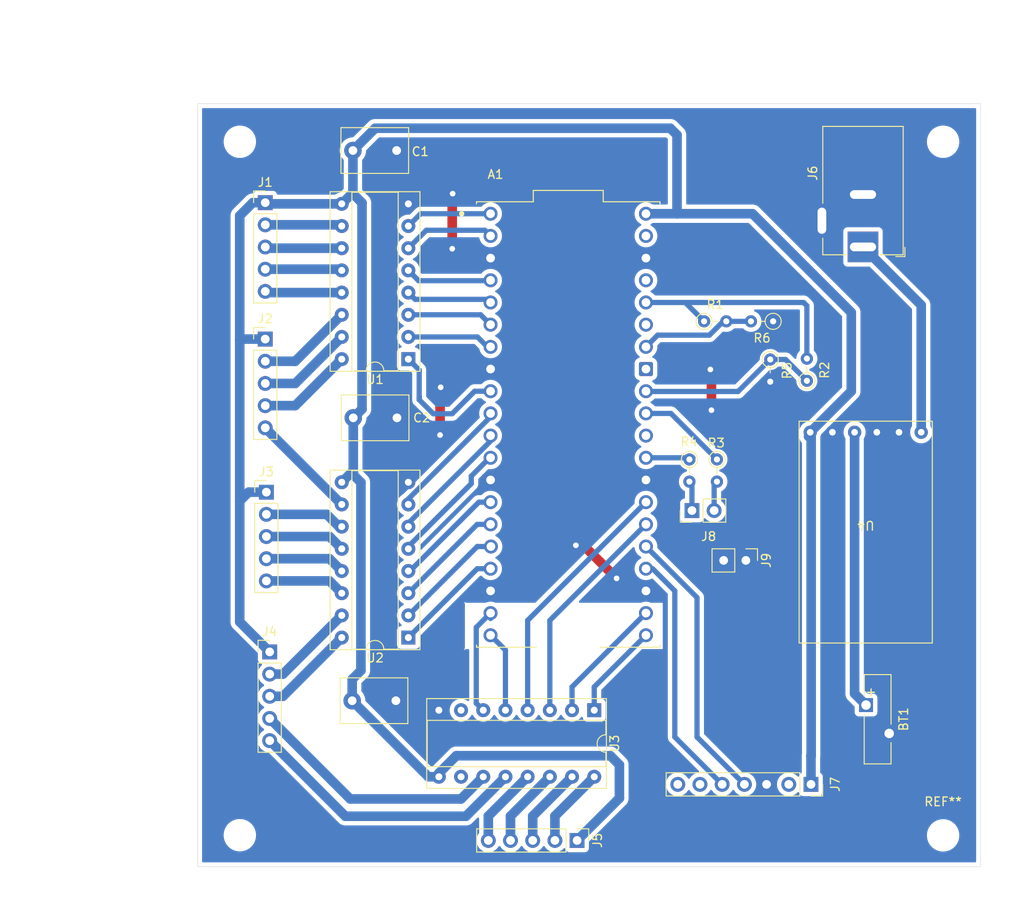
<source format=kicad_pcb>
(kicad_pcb (version 20240108) (generator "pcbnew") (generator_version "8.0")
  (layers (0 "F.Cu" signal) (31 "B.Cu" signal) (34 "B.Paste" user) (35 "F.Paste" user) (36 "B.SilkS" user "B.Silkscreen") (37 "F.SilkS" user "F.Silkscreen") (38 "B.Mask" user) (39 "F.Mask" user) (44 "Edge.Cuts" user))
  (net 0 "")
  (net 1 "GND")
  (net 2 "/D1_INT_4")
  (net 3 "/D1_INT_3")
  (net 4 "/D1_INT_1")
  (net 5 "/D1_INT_2")
  (net 6 "/D2_INT_1")
  (net 7 "/D2_INT_4")
  (net 8 "/D2_INT_2")
  (net 9 "/D2_INT_3")
  (net 10 "/D3_INT_4")
  (net 11 "/D3_INT_2")
  (net 12 "/D3_INT_1")
  (net 13 "/D3_INT_3")
  (net 14 "/D4_INT_2")
  (net 15 "/D4_INT_4")
  (net 16 "/D4_INT_3")
  (net 17 "/D4_INT_1")
  (net 18 "VDC")
  (net 19 "+5V")
  (net 20 "/D5_INT_2")
  (net 21 "/D5_INT_3")
  (net 22 "/D5_INT_1")
  (net 23 "/D5_INT_4")
  (net 26 "/leds_1")
  (net 28 "/gpio_27_resistencia_A")
  (net 32 "/leds_2")
  (net 34 "Net-(J1-Pin_4)")
  (net 35 "Net-(J1-Pin_2)")
  (net 36 "Net-(J1-Pin_3)")
  (net 37 "Net-(BT1-+)")
  (net 38 "/scl")
  (net 39 "/sda")
  (net 40 "/gpio_28_resistencia_A")
  (net 41 "Net-(A1-3V3_OUT)")
  (net 42 "/cs")
  (net 43 "/sao")
  (net 45 "/DM_2_4")
  (net 46 "/DM_2_1")
  (net 47 "/DM_2_2")
  (net 48 "/DM_2_3")
  (net 49 "/DM_4_4")
  (net 50 "/DM_4_3")
  (net 51 "/DM_4_2")
  (net 52 "/DM_4_1")
  (net 53 "/DM_3_2")
  (net 54 "/DM_3_1")
  (net 55 "/DM_3_3")
  (net 56 "/DM_3_4")
  (net 57 "/DM_5_2")
  (net 58 "/DM_5_3")
  (net 59 "/DM_5_4")
  (net 60 "/DM_5_1")
  (net 61 "Net-(J1-Pin_5)")
  (net 62 "Net-(J8-Pin_2)")
  (net 63 "Net-(J8-Pin_1)")
  (footprint "Connector_PinHeader_2.54mm:PinHeader_1x05_P2.54mm_Vertical" (layer "F.Cu") (at 73.406 27.94)
    (property "Reference" "J1" (at 0 -2.33 0) (layer "F.SilkS"))
    (property "Value" "driver_motor_1" (hide yes))
    (pad "1" thru_hole rect (at 0 0) (size 1.7 1.7) (drill 1) (layers "*.Cu" "*.Mask") (net 19 "+5V"))
    (pad "2" thru_hole oval (at 0 2.54) (size 1.7 1.7) (drill 1) (layers "*.Cu" "*.Mask") (net 35 "Net-(J1-Pin_2)"))
    (pad "3" thru_hole oval (at 0 5.08) (size 1.7 1.7) (drill 1) (layers "*.Cu" "*.Mask") (net 36 "Net-(J1-Pin_3)"))
    (pad "4" thru_hole oval (at 0 7.62) (size 1.7 1.7) (drill 1) (layers "*.Cu" "*.Mask") (net 34 "Net-(J1-Pin_4)"))
    (pad "5" thru_hole oval (at 0 10.16) (size 1.7 1.7) (drill 1) (layers "*.Cu" "*.Mask") (net 61 "Net-(J1-Pin_5)"))
  )
  (footprint "Connector_PinHeader_2.54mm:PinHeader_1x02_P2.54mm_Vertical" (layer "F.Cu") (at 122.23 63.19 90)
    (property "Reference" "J8" (at -2.97 1.91 180) (layer "F.SilkS"))
    (property "Value" "leds_ojos" (hide yes))
    (pad "1" thru_hole rect (at 0 0 90) (size 1.7 1.7) (drill 1) (layers "*.Cu" "*.Mask") (net 63 "Net-(J8-Pin_1)"))
    (pad "2" thru_hole oval (at 0 2.54 90) (size 1.7 1.7) (drill 1) (layers "*.Cu" "*.Mask") (net 62 "Net-(J8-Pin_2)"))
  )
  (footprint "" (layer "F.Cu") (at 70.5 100.36)
    (property "Reference" "" (at 0 0 0) (layer "F.SilkS") (effects (font (size 1.27 1.27))))
    (property "Value" "")
    (pad "" np_thru_hole circle (at 0 0) (size 3.2 3.2) (drill 3.2) (layers "F&B.Cu" "*.Mask"))
  )
  (footprint "Resistor_THT:R_Axial_DIN0204_L3.6mm_D1.6mm_P2.54mm_Vertical" (layer "F.Cu") (at 123.621 41.529)
    (property "Reference" "R1" (at 1.27 -1.92 0) (layer "F.SilkS"))
    (property "Value" "R" (hide yes))
    (pad "1" thru_hole circle (at 0 0) (size 1.4 1.4) (drill 0.7) (layers "*.Cu" "*.Mask") (net 41 "Net-(A1-3V3_OUT)"))
    (pad "2" thru_hole oval (at 2.54 0) (size 1.4 1.4) (drill 0.7) (layers "*.Cu" "*.Mask") (net 40 "/gpio_28_resistencia_A"))
  )
  (footprint "Connector_PinHeader_2.54mm:PinHeader_1x02_P2.54mm_Vertical" (layer "F.Cu") (at 128.4 68.9 -90)
    (property "Reference" "J9" (at 0 -2.33 90) (layer "F.SilkS"))
    (property "Value" "Conn_01x02_Socket" (hide yes))
    (pad "1" thru_hole rect (at 0 0 270) (size 1.7 1.7) (drill 1) (layers "*.Cu" "*.Mask") (net 1 "GND"))
    (pad "2" thru_hole oval (at 0 2.54 270) (size 1.7 1.7) (drill 1) (layers "*.Cu" "*.Mask") (net 1 "GND"))
  )
  (footprint "MountingHole:MountingHole_3.2mm_M3_ISO7380" (layer "F.Cu") (at 150.97 100.38)
    (property "Reference" "REF**" (at 0 -3.85 0) (layer "F.SilkS"))
    (property "Value" "MountingHole_3.2mm_M3_ISO7380")
    (pad "" np_thru_hole circle (at 0 0) (size 3.2 3.2) (drill 3.2) (layers "*.Cu" "*.Mask"))
  )
  (footprint "" (layer "F.Cu") (at 70.5 20.97)
    (property "Reference" "" (at 0 0 0) (layer "F.SilkS") (effects (font (size 1.27 1.27))))
    (property "Value" "")
    (pad "" np_thru_hole circle (at 0 0) (size 3.2 3.2) (drill 3.2) (layers "F&B.Cu" "*.Mask"))
  )
  (footprint "Resistor_THT:R_Axial_DIN0204_L3.6mm_D1.6mm_P2.54mm_Vertical" (layer "F.Cu") (at 135.382 48.337 90)
    (property "Reference" "R2" (at 1.22 2.032 90) (layer "F.SilkS"))
    (property "Value" "R")
    (pad "1" thru_hole circle (at 0 0 90) (size 1.4 1.4) (drill 0.7) (layers "*.Cu" "*.Mask") (net 28 "/gpio_27_resistencia_A"))
    (pad "2" thru_hole oval (at 2.54 0 90) (size 1.4 1.4) (drill 0.7) (layers "*.Cu" "*.Mask") (net 41 "Net-(A1-3V3_OUT)"))
  )
  (footprint "Connector_PinHeader_2.54mm:PinHeader_1x05_P2.54mm_Vertical" (layer "F.Cu") (at 73.914 79.375)
    (property "Reference" "J4" (at 0 -2.33 0) (layer "F.SilkS"))
    (property "Value" "driver_motor_4" (hide yes))
    (pad "1" thru_hole rect (at 0 0) (size 1.7 1.7) (drill 1) (layers "*.Cu" "*.Mask") (net 19 "+5V"))
    (pad "2" thru_hole oval (at 0 2.54) (size 1.7 1.7) (drill 1) (layers "*.Cu" "*.Mask") (net 52 "/DM_4_1"))
    (pad "3" thru_hole oval (at 0 5.08) (size 1.7 1.7) (drill 1) (layers "*.Cu" "*.Mask") (net 51 "/DM_4_2"))
    (pad "4" thru_hole oval (at 0 7.62) (size 1.7 1.7) (drill 1) (layers "*.Cu" "*.Mask") (net 50 "/DM_4_3"))
    (pad "5" thru_hole oval (at 0 10.16) (size 1.7 1.7) (drill 1) (layers "*.Cu" "*.Mask") (net 49 "/DM_4_4"))
  )
  (footprint "Connector_PinHeader_2.54mm:PinHeader_1x05_P2.54mm_Vertical" (layer "F.Cu") (at 73.533 61.087)
    (property "Reference" "J3" (at 0 -2.33 0) (layer "F.SilkS"))
    (property "Value" "driver_motor_3")
    (pad "1" thru_hole rect (at 0 0) (size 1.7 1.7) (drill 1) (layers "*.Cu" "*.Mask") (net 19 "+5V"))
    (pad "2" thru_hole oval (at 0 2.54) (size 1.7 1.7) (drill 1) (layers "*.Cu" "*.Mask") (net 54 "/DM_3_1"))
    (pad "3" thru_hole oval (at 0 5.08) (size 1.7 1.7) (drill 1) (layers "*.Cu" "*.Mask") (net 53 "/DM_3_2"))
    (pad "4" thru_hole oval (at 0 7.62) (size 1.7 1.7) (drill 1) (layers "*.Cu" "*.Mask") (net 55 "/DM_3_3"))
    (pad "5" thru_hole oval (at 0 10.16) (size 1.7 1.7) (drill 1) (layers "*.Cu" "*.Mask") (net 56 "/DM_3_4"))
  )
  (footprint "Connector_PinHeader_2.54mm:PinHeader_1x05_P2.54mm_Vertical" (layer "F.Cu") (at 73.406 43.561)
    (property "Reference" "J2" (at 0 -2.33 0) (layer "F.SilkS"))
    (property "Value" "driver_motor_2" (hide yes))
    (pad "1" thru_hole rect (at 0 0) (size 1.7 1.7) (drill 1) (layers "*.Cu" "*.Mask") (net 19 "+5V"))
    (pad "2" thru_hole oval (at 0 2.54) (size 1.7 1.7) (drill 1) (layers "*.Cu" "*.Mask") (net 46 "/DM_2_1"))
    (pad "3" thru_hole oval (at 0 5.08) (size 1.7 1.7) (drill 1) (layers "*.Cu" "*.Mask") (net 47 "/DM_2_2"))
    (pad "4" thru_hole oval (at 0 7.62) (size 1.7 1.7) (drill 1) (layers "*.Cu" "*.Mask") (net 48 "/DM_2_3"))
    (pad "5" thru_hole oval (at 0 10.16) (size 1.7 1.7) (drill 1) (layers "*.Cu" "*.Mask") (net 45 "/DM_2_4"))
  )
  (footprint "" (layer "F.Cu") (at 150.97 20.97)
    (property "Reference" "" (at -1.41 0 0) (layer "F.SilkS") (effects (font (size 1.27 1.27))))
    (property "Value" "")
    (pad "" np_thru_hole circle (at 0 0) (size 3.2 3.2) (drill 3.2) (layers "F&B.Cu" "*.Mask"))
  )
  (footprint "Package_DIP:DIP-16_W7.62mm_Socket" (layer "F.Cu") (at 111.05 86.05 -90)
    (property "Reference" "U3" (at 3.81 -2.33 90) (layer "F.SilkS"))
    (property "Value" "ULN2003A" (hide yes))
    (pad "1" thru_hole rect (at 0 0 270) (size 1.6 1.6) (drill 0.8) (layers "*.Cu" "*.Mask") (net 22 "/D5_INT_1"))
    (pad "2" thru_hole oval (at 0 2.54 270) (size 1.6 1.6) (drill 0.8) (layers "*.Cu" "*.Mask") (net 20 "/D5_INT_2"))
    (pad "3" thru_hole oval (at 0 5.08 270) (size 1.6 1.6) (drill 0.8) (layers "*.Cu" "*.Mask") (net 21 "/D5_INT_3"))
    (pad "4" thru_hole oval (at 0 7.62 270) (size 1.6 1.6) (drill 0.8) (layers "*.Cu" "*.Mask") (net 23 "/D5_INT_4"))
    (pad "5" thru_hole oval (at 0 10.16 270) (size 1.6 1.6) (drill 0.8) (layers "*.Cu" "*.Mask") (net 15 "/D4_INT_4"))
    (pad "6" thru_hole oval (at 0 12.7 270) (size 1.6 1.6) (drill 0.8) (layers "*.Cu" "*.Mask") (net 16 "/D4_INT_3"))
    (pad "7" thru_hole oval (at 0 15.24 270) (size 1.6 1.6) (drill 0.8) (layers "*.Cu" "*.Mask"))
    (pad "8" thru_hole oval (at 0 17.78 270) (size 1.6 1.6) (drill 0.8) (layers "*.Cu" "*.Mask") (net 1 "GND"))
    (pad "9" thru_hole oval (at 7.62 17.78 270) (size 1.6 1.6) (drill 0.8) (layers "*.Cu" "*.Mask") (net 19 "+5V"))
    (pad "10" thru_hole oval (at 7.62 15.24 270) (size 1.6 1.6) (drill 0.8) (layers "*.Cu" "*.Mask"))
    (pad "11" thru_hole oval (at 7.62 12.7 270) (size 1.6 1.6) (drill 0.8) (layers "*.Cu" "*.Mask") (net 50 "/DM_4_3"))
    (pad "12" thru_hole oval (at 7.62 10.16 270) (size 1.6 1.6) (drill 0.8) (layers "*.Cu" "*.Mask") (net 49 "/DM_4_4"))
    (pad "13" thru_hole oval (at 7.62 7.62 270) (size 1.6 1.6) (drill 0.8) (layers "*.Cu" "*.Mask") (net 59 "/DM_5_4"))
    (pad "14" thru_hole oval (at 7.62 5.08 270) (size 1.6 1.6) (drill 0.8) (layers "*.Cu" "*.Mask") (net 58 "/DM_5_3"))
    (pad "15" thru_hole oval (at 7.62 2.54 270) (size 1.6 1.6) (drill 0.8) (layers "*.Cu" "*.Mask") (net 57 "/DM_5_2"))
    (pad "16" thru_hole oval (at 7.62 0 270) (size 1.6 1.6) (drill 0.8) (layers "*.Cu" "*.Mask") (net 60 "/DM_5_1"))
  )
  (footprint "Connector_BarrelJack:BarrelJack_Horizontal" (layer "F.Cu") (at 141.8 33.01 -90)
    (property "Reference" "J6" (at -8.45 5.75 90) (layer "F.SilkS"))
    (property "Value" "Barrel_Jack_Switch")
    (pad "1" thru_hole rect (at 0 0 270) (size 3.5 3.5) (drill oval 1 3) (layers "*.Cu" "*.Mask") (net 18 "VDC"))
    (pad "2" thru_hole roundrect (at -6 0 270) (size 3 3.5) (drill oval 1 3) (layers "*.Cu" "*.Mask") (net 1 "GND"))
    (pad "3" thru_hole roundrect (at -3 4.7 270) (size 3.5 3.5) (drill oval 3 1) (layers "*.Cu" "*.Mask") (net 1 "GND"))
  )
  (footprint "Connector_PinHeader_2.54mm:PinHeader_1x05_P2.54mm_Vertical" (layer "F.Cu") (at 109.09 100.96 -90)
    (property "Reference" "J5" (at 0 -2.33 90) (layer "F.SilkS"))
    (property "Value" "driver_motor_5" (hide yes))
    (pad "1" thru_hole rect (at 0 0 270) (size 1.7 1.7) (drill 1) (layers "*.Cu" "*.Mask") (net 19 "+5V"))
    (pad "2" thru_hole oval (at 0 2.54 270) (size 1.7 1.7) (drill 1) (layers "*.Cu" "*.Mask") (net 60 "/DM_5_1"))
    (pad "3" thru_hole oval (at 0 5.08 270) (size 1.7 1.7) (drill 1) (layers "*.Cu" "*.Mask") (net 57 "/DM_5_2"))
    (pad "4" thru_hole oval (at 0 7.62 270) (size 1.7 1.7) (drill 1) (layers "*.Cu" "*.Mask") (net 58 "/DM_5_3"))
    (pad "5" thru_hole oval (at 0 10.16 270) (size 1.7 1.7) (drill 1) (layers "*.Cu" "*.Mask") (net 59 "/DM_5_4"))
  )
  (footprint "Resistor_THT:R_Axial_DIN0204_L3.6mm_D1.6mm_P2.54mm_Vertical" (layer "F.Cu") (at 131.191 45.897 -90)
    (property "Reference" "R5" (at 1.27 -1.92 90) (layer "F.SilkS"))
    (property "Value" "R" (hide yes))
    (pad "1" thru_hole circle (at 0 0 270) (size 1.4 1.4) (drill 0.7) (layers "*.Cu" "*.Mask") (net 28 "/gpio_27_resistencia_A"))
    (pad "2" thru_hole oval (at 2.54 0 270) (size 1.4 1.4) (drill 0.7) (layers "*.Cu" "*.Mask") (net 1 "GND"))
  )
  (footprint "RASPBERRY-PI-PICO-W:MODULE_RASPBERRY_PI_PICO_W" (layer "F.Cu") (at 108.077 53.34)
    (property "Reference" "A1" (at -8.325 -28.635 0) (layer "F.SilkS"))
    (property "Value" "SC0918")
    (pad "1" thru_hole circle (at -8.89 -24.13) (size 1.6 1.6) (drill 1) (layers "*.Cu" "*.Mask") (net 4 "/D1_INT_1"))
    (pad "2" thru_hole circle (at -8.89 -21.59) (size 1.6 1.6) (drill 1) (layers "*.Cu" "*.Mask") (net 5 "/D1_INT_2"))
    (pad "3" thru_hole roundrect (at -8.89 -19.05) (size 1.6 1.6) (drill 1) (layers "*.Cu" "*.Mask") (roundrect_rratio 0.125) (net 1 "GND"))
    (pad "4" thru_hole circle (at -8.89 -16.51) (size 1.6 1.6) (drill 1) (layers "*.Cu" "*.Mask") (net 3 "/D1_INT_3"))
    (pad "5" thru_hole circle (at -8.89 -13.97) (size 1.6 1.6) (drill 1) (layers "*.Cu" "*.Mask") (net 2 "/D1_INT_4"))
    (pad "6" thru_hole circle (at -8.89 -11.43) (size 1.6 1.6) (drill 1) (layers "*.Cu" "*.Mask") (net 6 "/D2_INT_1"))
    (pad "7" thru_hole circle (at -8.89 -8.89) (size 1.6 1.6) (drill 1) (layers "*.Cu" "*.Mask") (net 8 "/D2_INT_2"))
    (pad "8" thru_hole roundrect (at -8.89 -6.35) (size 1.6 1.6) (drill 1) (layers "*.Cu" "*.Mask") (roundrect_rratio 0.125) (net 1 "GND"))
    (pad "9" thru_hole circle (at -8.89 -3.81) (size 1.6 1.6) (drill 1) (layers "*.Cu" "*.Mask") (net 9 "/D2_INT_3"))
    (pad "10" thru_hole circle (at -8.89 -1.27) (size 1.6 1.6) (drill 1) (layers "*.Cu" "*.Mask") (net 7 "/D2_INT_4"))
    (pad "11" thru_hole circle (at -8.89 1.27) (size 1.6 1.6) (drill 1) (layers "*.Cu" "*.Mask") (net 12 "/D3_INT_1"))
    (pad "12" thru_hole circle (at -8.89 3.81) (size 1.6 1.6) (drill 1) (layers "*.Cu" "*.Mask") (net 11 "/D3_INT_2"))
    (pad "13" thru_hole roundrect (at -8.89 6.35) (size 1.6 1.6) (drill 1) (layers "*.Cu" "*.Mask") (roundrect_rratio 0.125) (net 1 "GND"))
    (pad "14" thru_hole circle (at -8.89 8.89) (size 1.6 1.6) (drill 1) (layers "*.Cu" "*.Mask") (net 13 "/D3_INT_3"))
    (pad "15" thru_hole circle (at -8.89 11.43) (size 1.6 1.6) (drill 1) (layers "*.Cu" "*.Mask") (net 10 "/D3_INT_4"))
    (pad "16" thru_hole circle (at -8.848119 13.97) (size 1.6 1.6) (drill 1) (layers "*.Cu" "*.Mask") (net 17 "/D4_INT_1"))
    (pad "17" thru_hole circle (at -8.89 16.51) (size 1.6 1.6) (drill 1) (layers "*.Cu" "*.Mask") (net 14 "/D4_INT_2"))
    (pad "18" thru_hole roundrect (at -8.89 19.05) (size 1.6 1.6) (drill 1) (layers "*.Cu" "*.Mask") (roundrect_rratio 0.125) (net 1 "GND"))
    (pad "19" thru_hole circle (at -8.89 21.59) (size 1.6 1.6) (drill 1) (layers "*.Cu" "*.Mask") (net 16 "/D4_INT_3"))
    (pad "20" thru_hole circle (at -8.89 24.13) (size 1.6 1.6) (drill 1) (layers "*.Cu" "*.Mask") (net 15 "/D4_INT_4"))
    (pad "21" thru_hole circle (at 8.89 24.13) (size 1.6 1.6) (drill 1) (layers "*.Cu" "*.Mask") (net 22 "/D5_INT_1"))
    (pad "22" thru_hole circle (at 8.89 21.59) (size 1.6 1.6) (drill 1) (layers "*.Cu" "*.Mask") (net 20 "/D5_INT_2"))
    (pad "23" thru_hole roundrect (at 8.89 19.05) (size 1.6 1.6) (drill 1) (layers "*.Cu" "*.Mask") (roundrect_rratio 0.125) (net 1 "GND"))
    (pad "24" thru_hole circle (at 8.89 16.51) (size 1.6 1.6) (drill 1) (layers "*.Cu" "*.Mask") (net 39 "/sda"))
    (pad "25" thru_hole circle (at 8.89 13.97) (size 1.6 1.6) (drill 1) (layers "*.Cu" "*.Mask") (net 38 "/scl"))
    (pad "26" thru_hole circle (at 8.89 11.43) (size 1.6 1.6) (drill 1) (layers "*.Cu" "*.Mask") (net 21 "/D5_INT_3"))
    (pad "27" thru_hole circle (at 8.89 8.89) (size 1.6 1.6) (drill 1) (layers "*.Cu" "*.Mask") (net 23 "/D5_INT_4"))
    (pad "28" thru_hole roundrect (at 8.89 6.35) (size 1.6 1.6) (drill 1) (layers "*.Cu" "*.Mask") (roundrect_rratio 0.125) (net 1 "GND"))
    (pad "29" thru_hole circle (at 8.89 3.81) (size 1.6 1.6) (drill 1) (layers "*.Cu" "*.Mask") (net 26 "/leds_1"))
    (pad "30" thru_hole circle (at 8.89 1.27) (size 1.6 1.6) (drill 1) (layers "*.Cu" "*.Mask"))
    (pad "31" thru_hole circle (at 8.89 -1.27) (size 1.6 1.6) (drill 1) (layers "*.Cu" "*.Mask") (net 32 "/leds_2"))
    (pad "32" thru_hole circle (at 8.89 -3.81) (size 1.6 1.6) (drill 1) (layers "*.Cu" "*.Mask") (net 28 "/gpio_27_resistencia_A"))
    (pad "33" thru_hole roundrect (at 8.89 -6.35) (size 1.6 1.6) (drill 1) (layers "*.Cu" "*.Mask") (roundrect_rratio 0.125))
    (pad "34" thru_hole circle (at 8.89 -8.89) (size 1.6 1.6) (drill 1) (layers "*.Cu" "*.Mask") (net 40 "/gpio_28_resistencia_A"))
    (pad "35" thru_hole circle (at 8.89 -11.43) (size 1.6 1.6) (drill 1) (layers "*.Cu" "*.Mask"))
    (pad "36" thru_hole circle (at 8.89 -13.97) (size 1.6 1.6) (drill 1) (layers "*.Cu" "*.Mask") (net 41 "Net-(A1-3V3_OUT)"))
    (pad "37" thru_hole circle (at 8.89 -16.51) (size 1.6 1.6) (drill 1) (layers "*.Cu" "*.Mask"))
    (pad "38" thru_hole roundrect (at 8.89 -19.05) (size 1.6 1.6) (drill 1) (layers "*.Cu" "*.Mask") (roundrect_rratio 0.125) (net 1 "GND"))
    (pad "39" thru_hole circle (at 8.89 -21.59) (size 1.6 1.6) (drill 1) (layers "*.Cu" "*.Mask"))
    (pad "40" thru_hole circle (at 8.89 -24.13) (size 1.6 1.6) (drill 1) (layers "*.Cu" "*.Mask") (net 19 "+5V"))
  )
  (footprint "Battery:Battery_Panasonic_CR1025-VSK_Vertical_CircularHoles" (layer "F.Cu") (at 142.15 85.46 -90)
    (property "Reference" "BT1" (at 1.625 -4.3 90) (layer "F.SilkS"))
    (property "Value" "Battery")
    (fp_text user "+" (at -1.46 -0.5 90) (layer "F.SilkS"))
    (pad "1" thru_hole rect (at 0 0 270) (size 1.6 1.6) (drill 1.09) (layers "*.Cu" "*.Mask") (net 37 "Net-(BT1-+)"))
    (pad "2" thru_hole circle (at 3.25 -2.65 270) (size 1.6 1.6) (drill 1.09) (layers "*.Cu" "*.Mask") (net 1 "GND"))
  )
  (footprint "Capacitor_THT:C_Disc_D7.5mm_W5.0mm_P5.00mm" (layer "F.Cu") (at 83.479 52.578)
    (property "Reference" "C2" (at 7.834 0 0) (layer "F.SilkS"))
    (property "Value" "10nF" (hide yes))
    (pad "1" thru_hole circle (at 0 0) (size 2 2) (drill 1) (layers "*.Cu" "*.Mask") (net 19 "+5V"))
    (pad "2" thru_hole circle (at 5 0) (size 2 2) (drill 1) (layers "*.Cu" "*.Mask") (net 1 "GND"))
  )
  (footprint "Resistor_THT:R_Axial_DIN0204_L3.6mm_D1.6mm_P2.54mm_Vertical" (layer "F.Cu") (at 125.09 57.34 -90)
    (property "Reference" "R3" (at -1.89 0.08 180) (layer "F.SilkS"))
    (property "Value" "R")
    (pad "1" thru_hole circle (at 0 0 270) (size 1.4 1.4) (drill 0.7) (layers "*.Cu" "*.Mask") (net 32 "/leds_2"))
    (pad "2" thru_hole oval (at 2.54 0 270) (size 1.4 1.4) (drill 0.7) (layers "*.Cu" "*.Mask") (net 62 "Net-(J8-Pin_2)"))
  )
  (footprint "Package_DIP:DIP-16_W7.62mm_Socket" (layer "F.Cu") (at 89.779 45.857 180)
    (property "Reference" "U1" (at 3.81 -2.33 0) (layer "F.SilkS"))
    (property "Value" "ULN2003A")
    (pad "1" thru_hole rect (at 0 0 180) (size 1.6 1.6) (drill 0.8) (layers "*.Cu" "*.Mask") (net 9 "/D2_INT_3"))
    (pad "2" thru_hole oval (at 0 2.54 180) (size 1.6 1.6) (drill 0.8) (layers "*.Cu" "*.Mask") (net 8 "/D2_INT_2"))
    (pad "3" thru_hole oval (at 0 5.08 180) (size 1.6 1.6) (drill 0.8) (layers "*.Cu" "*.Mask") (net 6 "/D2_INT_1"))
    (pad "4" thru_hole oval (at 0 7.62 180) (size 1.6 1.6) (drill 0.8) (layers "*.Cu" "*.Mask") (net 2 "/D1_INT_4"))
    (pad "5" thru_hole oval (at 0 10.16 180) (size 1.6 1.6) (drill 0.8) (layers "*.Cu" "*.Mask") (net 3 "/D1_INT_3"))
    (pad "6" thru_hole oval (at 0 12.7 180) (size 1.6 1.6) (drill 0.8) (layers "*.Cu" "*.Mask") (net 5 "/D1_INT_2"))
    (pad "7" thru_hole oval (at 0 15.24 180) (size 1.6 1.6) (drill 0.8) (layers "*.Cu" "*.Mask") (net 4 "/D1_INT_1"))
    (pad "8" thru_hole oval (at 0 17.78 180) (size 1.6 1.6) (drill 0.8) (layers "*.Cu" "*.Mask") (net 1 "GND"))
    (pad "9" thru_hole oval (at 7.62 17.78 180) (size 1.6 1.6) (drill 0.8) (layers "*.Cu" "*.Mask") (net 19 "+5V"))
    (pad "10" thru_hole oval (at 7.62 15.24 180) (size 1.6 1.6) (drill 0.8) (layers "*.Cu" "*.Mask") (net 35 "Net-(J1-Pin_2)"))
    (pad "11" thru_hole oval (at 7.62 12.7 180) (size 1.6 1.6) (drill 0.8) (layers "*.Cu" "*.Mask") (net 36 "Net-(J1-Pin_3)"))
    (pad "12" thru_hole oval (at 7.62 10.16 180) (size 1.6 1.6) (drill 0.8) (layers "*.Cu" "*.Mask") (net 34 "Net-(J1-Pin_4)"))
    (pad "13" thru_hole oval (at 7.62 7.62 180) (size 1.6 1.6) (drill 0.8) (layers "*.Cu" "*.Mask") (net 61 "Net-(J1-Pin_5)"))
    (pad "14" thru_hole oval (at 7.62 5.08 180) (size 1.6 1.6) (drill 0.8) (layers "*.Cu" "*.Mask") (net 46 "/DM_2_1"))
    (pad "15" thru_hole oval (at 7.62 2.54 180) (size 1.6 1.6) (drill 0.8) (layers "*.Cu" "*.Mask") (net 47 "/DM_2_2"))
    (pad "16" thru_hole oval (at 7.62 0 180) (size 1.6 1.6) (drill 0.8) (layers "*.Cu" "*.Mask") (net 48 "/DM_2_3"))
  )
  (footprint "Capacitor_THT:C_Disc_D7.5mm_W5.0mm_P5.00mm" (layer "F.Cu") (at 83.439 21.971)
    (property "Reference" "C1" (at 7.707 0.127 0) (layer "F.SilkS"))
    (property "Value" "10nF" (hide yes))
    (pad "1" thru_hole circle (at 0 0) (size 2 2) (drill 1) (layers "*.Cu" "*.Mask") (net 19 "+5V"))
    (pad "2" thru_hole circle (at 5 0) (size 2 2) (drill 1) (layers "*.Cu" "*.Mask") (net 1 "GND"))
  )
  (footprint "Capacitor_THT:C_Disc_D7.5mm_W5.0mm_P5.00mm" (layer "F.Cu") (at 83.352 84.963)
    (property "Reference" "C3" (hide yes))
    (property "Value" "10nF" (hide yes))
    (pad "1" thru_hole circle (at 0 0) (size 2 2) (drill 1) (layers "*.Cu" "*.Mask") (net 19 "+5V"))
    (pad "2" thru_hole circle (at 5 0) (size 2 2) (drill 1) (layers "*.Cu" "*.Mask") (net 1 "GND"))
  )
  (footprint "Connector_PinSocket_2.54mm:PinSocket_1x07_P2.54mm_Vertical" (layer "F.Cu") (at 135.85 94.54 -90)
    (property "Reference" "J7" (at 0 -2.77 90) (layer "F.SilkS"))
    (property "Value" "GIROSCOPIO COMUNICADOS POR I2C")
    (pad "1" thru_hole rect (at 0 0 270) (size 1.7 1.7) (drill 1) (layers "*.Cu" "*.Mask") (net 19 "+5V"))
    (pad "2" thru_hole oval (at 0 2.54 270) (size 1.7 1.7) (drill 1) (layers "*.Cu" "*.Mask"))
    (pad "3" thru_hole oval (at 0 5.08 270) (size 1.7 1.7) (drill 1) (layers "*.Cu" "*.Mask") (net 1 "GND"))
    (pad "4" thru_hole oval (at 0 7.62 270) (size 1.7 1.7) (drill 1) (layers "*.Cu" "*.Mask") (net 38 "/scl"))
    (pad "5" thru_hole oval (at 0 10.16 270) (size 1.7 1.7) (drill 1) (layers "*.Cu" "*.Mask") (net 39 "/sda"))
    (pad "6" thru_hole oval (at 0 12.7 270) (size 1.7 1.7) (drill 1) (layers "*.Cu" "*.Mask") (net 42 "/cs"))
    (pad "7" thru_hole oval (at 0 15.24 270) (size 1.7 1.7) (drill 1) (layers "*.Cu" "*.Mask") (net 43 "/sao"))
  )
  (footprint "MH-CD42:mh-cd42" (layer "F.Cu") (at 142.113 65.659 180)
    (property "Reference" "U4" (at 0 0.77 180) (layer "F.SilkS"))
    (property "Value" "mh-cd42")
    (pad "1" thru_hole circle (at -6.35 11.43 180) (size 1.524 1.524) (drill 0.762) (layers "*.Cu" "*.Mask") (net 18 "VDC"))
    (pad "2" thru_hole circle (at -3.81 11.43 180) (size 1.524 1.524) (drill 0.762) (layers "*.Cu" "*.Mask") (net 1 "GND"))
    (pad "3" thru_hole circle (at -1.27 11.43 180) (size 1.524 1.524) (drill 0.762) (layers "*.Cu" "*.Mask") (net 1 "GND"))
    (pad "4" thru_hole circle (at 1.27 11.43 180) (size 1.524 1.524) (drill 0.762) (layers "*.Cu" "*.Mask") (net 37 "Net-(BT1-+)"))
    (pad "5" thru_hole circle (at 3.81 11.43 180) (size 1.524 1.524) (drill 0.762) (layers "*.Cu" "*.Mask") (net 1 "GND"))
    (pad "6" thru_hole circle (at 6.35 11.43 180) (size 1.524 1.524) (drill 0.762) (layers "*.Cu" "*.Mask") (net 19 "+5V"))
  )
  (footprint "Resistor_THT:R_Axial_DIN0204_L3.6mm_D1.6mm_P2.54mm_Vertical" (layer "F.Cu") (at 131.522 41.529 180)
    (property "Reference" "R6" (at 1.27 -1.92 0) (layer "F.SilkS"))
    (property "Value" "R" (hide yes))
    (pad "1" thru_hole circle (at 0 0 180) (size 1.4 1.4) (drill 0.7) (layers "*.Cu" "*.Mask") (net 1 "GND"))
    (pad "2" thru_hole oval (at 2.54 0 180) (size 1.4 1.4) (drill 0.7) (layers "*.Cu" "*.Mask") (net 40 "/gpio_28_resistencia_A"))
  )
  (footprint "Package_DIP:DIP-16_W7.62mm_Socket" (layer "F.Cu") (at 89.779 77.734 180)
    (property "Reference" "U2" (at 3.81 -2.33 0) (layer "F.SilkS"))
    (property "Value" "ULN2003A")
    (pad "1" thru_hole rect (at 0 0 180) (size 1.6 1.6) (drill 0.8) (layers "*.Cu" "*.Mask") (net 14 "/D4_INT_2"))
    (pad "2" thru_hole oval (at 0 2.54 180) (size 1.6 1.6) (drill 0.8) (layers "*.Cu" "*.Mask") (net 17 "/D4_INT_1"))
    (pad "3" thru_hole oval (at 0 5.08 180) (size 1.6 1.6) (drill 0.8) (layers "*.Cu" "*.Mask") (net 10 "/D3_INT_4"))
    (pad "4" thru_hole oval (at 0 7.62 180) (size 1.6 1.6) (drill 0.8) (layers "*.Cu" "*.Mask") (net 13 "/D3_INT_3"))
    (pad "5" thru_hole oval (at 0 10.16 180) (size 1.6 1.6) (drill 0.8) (layers "*.Cu" "*.Mask") (net 11 "/D3_INT_2"))
    (pad "6" thru_hole oval (at 0 12.7 180) (size 1.6 1.6) (drill 0.8) (layers "*.Cu" "*.Mask") (net 12 "/D3_INT_1"))
    (pad "7" thru_hole oval (at 0 15.24 180) (size 1.6 1.6) (drill 0.8) (layers "*.Cu" "*.Mask") (net 7 "/D2_INT_4"))
    (pad "8" thru_hole oval (at 0 17.78 180) (size 1.6 1.6) (drill 0.8) (layers "*.Cu" "*.Mask") (net 1 "GND"))
    (pad "9" thru_hole oval (at 7.62 17.78 180) (size 1.6 1.6) (drill 0.8) (layers "*.Cu" "*.Mask") (net 19 "+5V"))
    (pad "10" thru_hole oval (at 7.62 15.24 180) (size 1.6 1.6) (drill 0.8) (layers "*.Cu" "*.Mask") (net 45 "/DM_2_4"))
    (pad "11" thru_hole oval (at 7.62 12.7 180) (size 1.6 1.6) (drill 0.8) (layers "*.Cu" "*.Mask") (net 54 "/DM_3_1"))
    (pad "12" thru_hole oval (at 7.62 10.16 180) (size 1.6 1.6) (drill 0.8) (layers "*.Cu" "*.Mask") (net 53 "/DM_3_2"))
    (pad "13" thru_hole oval (at 7.62 7.62 180) (size 1.6 1.6) (drill 0.8) (layers "*.Cu" "*.Mask") (net 55 "/DM_3_3"))
    (pad "14" thru_hole oval (at 7.62 5.08 180) (size 1.6 1.6) (drill 0.8) (layers "*.Cu" "*.Mask") (net 56 "/DM_3_4"))
    (pad "15" thru_hole oval (at 7.62 2.54 180) (size 1.6 1.6) (drill 0.8) (layers "*.Cu" "*.Mask") (net 52 "/DM_4_1"))
    (pad "16" thru_hole oval (at 7.62 0 180) (size 1.6 1.6) (drill 0.8) (layers "*.Cu" "*.Mask") (net 51 "/DM_4_2"))
  )
  (footprint "Resistor_THT:R_Axial_DIN0204_L3.6mm_D1.6mm_P2.54mm_Vertical" (layer "F.Cu") (at 121.94 57.34 -90)
    (property "Reference" "R4" (at -2.02 0.04 180) (layer "F.SilkS"))
    (property "Value" "R")
    (pad "1" thru_hole circle (at 0 0 270) (size 1.4 1.4) (drill 0.7) (layers "*.Cu" "*.Mask") (net 26 "/leds_1"))
    (pad "2" thru_hole oval (at 2.54 0 270) (size 1.4 1.4) (drill 0.7) (layers "*.Cu" "*.Mask") (net 63 "Net-(J8-Pin_1)"))
  )
  (gr_rect (start 65.675 16.617) (end 155.25 103.97) (stroke (width 0.05)) (fill none) (layer "Edge.Cuts"))
  (gr_text "BD-π" (at 134.34 101.48 0) (layer "F.Cu") (effects (font (size 1.5 1.5) (thickness 0.3) (bold yes)) (justify left bottom)))
  (gr_text "PVTO EL QUE LO LEA" (at 88.28 80.8 0) (layer "F.Cu") (effects (font (size 0.3 0.3) (thickness 0.075) (bold yes)) (justify left bottom)))
  (gr_text "{dblquote}si ves esto, es buena señal para cambiarse de carrera{dblquote}" (at 103.34 72.57 90) (layer "F.Cu") (effects (font (size 1 1) (thickness 0.25) (bold yes)) (justify left bottom)))
  (gr_text "CFOP" (at 138.97 22 0) (layer "F.Cu") (effects (font (size 1.5 1.5) (thickness 0.3) (bold yes)) (justify left bottom)))
  (segment (start 94.8 33.22) (end 94.8 26.96) (width 1.1) (layer "F.Cu") (net 1))
  (segment (start 108.95 67.17) (end 109.82 67.17) (width 1.1) (layer "F.Cu") (net 1))
  (segment (start 124.46 51.7) (end 124.46 47.16) (width 1.1) (layer "F.Cu") (net 1))
  (segment (start 94.8 26.96) (end 94.85 26.91) (width 1.1) (layer "F.Cu") (net 1))
  (segment (start 124.46 47.16) (end 124.34 47.04) (width 1.1) (layer "F.Cu") (net 1))
  (segment (start 93.41 49.15) (end 93.48 49.08) (width 1.1) (layer "F.Cu") (net 1))
  (segment (start 93.41 54.55) (end 93.41 49.15) (width 1.1) (layer "F.Cu") (net 1))
  (segment (start 109.82 67.17) (end 113.61 70.96) (width 1.1) (layer "F.Cu") (net 1))
  (via (at 108.95 67.17) (size 1.1) (drill 0.65) (layers "F.Cu" "B.Cu") (net 1))
  (via (at 93.48 49.08) (size 1.1) (drill 0.65) (layers "F.Cu" "B.Cu") (net 1))
  (via (at 124.46 51.7) (size 1.1) (drill 0.65) (layers "F.Cu" "B.Cu") (net 1))
  (via (at 124.34 47.04) (size 1.1) (drill 0.65) (layers "F.Cu" "B.Cu") (net 1))
  (via (at 94.8 33.22) (size 1.1) (drill 0.65) (layers "F.Cu" "B.Cu") (net 1))
  (via (at 94.85 26.91) (size 1.1) (drill 0.65) (layers "F.Cu" "B.Cu") (net 1))
  (via (at 93.41 54.55) (size 1.1) (drill 0.65) (layers "F.Cu" "B.Cu") (net 1))
  (via (at 113.61 70.96) (size 1.1) (drill 0.65) (layers "F.Cu" "B.Cu") (net 1))
  (segment (start 89.779 38.237) (end 90.552 39.01) (width 0.6) (layer "B.Cu") (net 2))
  (segment (start 90.552 39.01) (end 98.827 39.01) (width 0.6) (layer "B.Cu") (net 2))
  (segment (start 98.827 39.01) (end 99.187 39.37) (width 0.6) (layer "B.Cu") (net 2))
  (segment (start 99.137 36.88) (end 99.187 36.83) (width 0.6) (layer "B.Cu") (net 3))
  (segment (start 89.779 35.697) (end 90.962 36.88) (width 0.6) (layer "B.Cu") (net 3))
  (segment (start 90.962 36.88) (end 99.137 36.88) (width 0.6) (layer "B.Cu") (net 3))
  (segment (start 99.187 29.21) (end 91.186 29.21) (width 0.6) (layer "B.Cu") (net 4))
  (segment (start 91.186 29.21) (end 89.779 30.617) (width 0.6) (layer "B.Cu") (net 4))
  (segment (start 99.187 31.75) (end 98.537 31.1) (width 0.6) (layer "B.Cu") (net 5))
  (segment (start 91.836 31.1) (end 89.779 33.157) (width 0.6) (layer "B.Cu") (net 5))
  (segment (start 98.537 31.1) (end 91.836 31.1) (width 0.6) (layer "B.Cu") (net 5))
  (segment (start 89.779 40.777) (end 98.054 40.777) (width 0.6) (layer "B.Cu") (net 6))
  (segment (start 98.054 40.777) (end 99.187 41.91) (width 0.6) (layer "B.Cu") (net 6))
  (segment (start 89.779 61.868846) (end 89.779 62.494) (width 0.6) (layer "B.Cu") (net 7))
  (segment (start 99.187 52.07) (end 99.187 52.460846) (width 0.6) (layer "B.Cu") (net 7))
  (segment (start 99.187 52.460846) (end 89.779 61.868846) (width 0.6) (layer "B.Cu") (net 7))
  (segment (start 97.687 43.317) (end 89.779 43.317) (width 0.6) (layer "B.Cu") (net 8))
  (segment (start 99.187 44.45) (end 98.82 44.45) (width 0.6) (layer "B.Cu") (net 8))
  (segment (start 98.82 44.45) (end 97.687 43.317) (width 0.6) (layer "B.Cu") (net 8))
  (segment (start 92.63 52.11) (end 91.02 50.5) (width 0.6) (layer "B.Cu") (net 9))
  (segment (start 99.187 49.53) (end 97.37 49.53) (width 0.6) (layer "B.Cu") (net 9))
  (segment (start 91.02 50.5) (end 91.02 50.15) (width 0.6) (layer "B.Cu") (net 9))
  (segment (start 94.79 52.11) (end 92.63 52.11) (width 0.6) (layer "B.Cu") (net 9))
  (segment (start 91.02 47.098) (end 91.02 50.15) (width 0.6) (layer "B.Cu") (net 9))
  (segment (start 97.37 49.53) (end 94.79 52.11) (width 0.6) (layer "B.Cu") (net 9))
  (segment (start 91.02 50.15) (end 91.02 50.51) (width 0.6) (layer "B.Cu") (net 9))
  (segment (start 89.779 45.857) (end 91.02 47.098) (width 0.6) (layer "B.Cu") (net 9))
  (segment (start 97.663 64.77) (end 89.779 72.654) (width 0.6) (layer "B.Cu") (net 10))
  (segment (start 99.187 64.77) (end 97.663 64.77) (width 0.6) (layer "B.Cu") (net 10))
  (segment (start 96.98 60.11) (end 89.779 67.311) (width 0.6) (layer "B.Cu") (net 11))
  (segment (start 99.08 57.15) (end 96.98 59.25) (width 0.6) (layer "B.Cu") (net 11))
  (segment (start 99.187 57.15) (end 99.08 57.15) (width 0.6) (layer "B.Cu") (net 11))
  (segment (start 89.779 67.311) (end 89.779 67.574) (width 0.6) (layer "B.Cu") (net 11))
  (segment (start 96.98 59.25) (end 96.98 60.11) (width 0.6) (layer "B.Cu") (net 11))
  (segment (start 89.779 64.643154) (end 89.779 65.034) (width 0.6) (layer "B.Cu") (net 12))
  (segment (start 99.187 54.61) (end 99.187 55.235154) (width 0.6) (layer "B.Cu") (net 12))
  (segment (start 99.187 55.235154) (end 89.779 64.643154) (width 0.6) (layer "B.Cu") (net 12))
  (segment (start 89.966 70.114) (end 89.779 70.114) (width 0.6) (layer "B.Cu") (net 13))
  (segment (start 97.85 62.23) (end 89.966 70.114) (width 0.6) (layer "B.Cu") (net 13))
  (segment (start 99.187 62.23) (end 97.85 62.23) (width 0.6) (layer "B.Cu") (net 13))
  (segment (start 99.187 69.85) (end 97.663 69.85) (width 0.6) (layer "B.Cu") (net 14))
  (segment (start 97.663 69.85) (end 89.779 77.734) (width 0.6) (layer "B.Cu") (net 14))
  (segment (start 100.89 86.05) (end 100.89 79.173) (width 0.6) (layer "B.Cu") (net 15))
  (segment (start 100.89 79.173) (end 99.187 77.47) (width 0.6) (layer "B.Cu") (net 15))
  (segment (start 97.550001 85.250001) (end 97.550001 76.566999) (width 0.6) (layer "B.Cu") (net 16))
  (segment (start 98.35 86.05) (end 97.550001 85.250001) (width 0.6) (layer "B.Cu") (net 16))
  (segment (start 99.187 74.93) (end 99.187 75.555154) (width 0.6) (layer "B.Cu") (net 16))
  (segment (start 97.550001 76.566999) (end 99.187 74.93) (width 0.6) (layer "B.Cu") (net 16))
  (segment (start 99.228881 67.31) (end 97.663 67.31) (width 0.6) (layer "B.Cu") (net 17))
  (segment (start 97.663 67.31) (end 89.779 75.194) (width 0.6) (layer "B.Cu") (net 17))
  (segment (start 141.8 33.01) (end 148.463 39.673) (width 1.1) (layer "B.Cu") (net 18))
  (segment (start 148.463 39.673) (end 148.463 54.229) (width 1.1) (layer "B.Cu") (net 18))
  (segment (start 113.93 92.3) (end 113.93 96.12) (width 1.1) (layer "B.Cu") (net 19))
  (segment (start 84.479 27.964) (end 84.479 51.578) (width 1.1) (layer "B.Cu") (net 19))
  (segment (start 113.93 96.12) (end 109.09 100.96) (width 1.1) (layer "B.Cu") (net 19))
  (segment (start 70.612 43.561) (end 70.485 43.688) (width 1.1) (layer "B.Cu") (net 19))
  (segment (start 93.27 93.67) (end 93.27 93.26) (width 1.1) (layer "B.Cu") (net 19))
  (segment (start 73.533 61.087) (end 71.501 61.087) (width 1.1) (layer "B.Cu") (net 19))
  (segment (start 83.352 84.963) (end 83.352 82.51) (width 1.1) (layer "B.Cu") (net 19))
  (segment (start 120.523 20.193) (end 119.75 19.42) (width 1.1) (layer "B.Cu") (net 19))
  (segment (start 84.479 51.578) (end 83.479 52.578) (width 1.1) (layer "B.Cu") (net 19))
  (segment (start 71.501 61.087) (end 70.485 62.103) (width 1.1) (layer "B.Cu") (net 19))
  (segment (start 135.87 54.336) (end 135.763 54.229) (width 1.1) (layer "B.Cu") (net 19))
  (segment (start 73.543 28.077) (end 73.406 27.94) (width 1.1) (layer "B.Cu") (net 19))
  (segment (start 82.159 28.077) (end 73.543 28.077) (width 1.1) (layer "B.Cu") (net 19))
  (segment (start 135.763 54.229) (end 140.462 49.53) (width 1.1) (layer "B.Cu") (net 19))
  (segment (start 71.98 27.94) (end 73.406 27.94) (width 1.1) (layer "B.Cu") (net 19))
  (segment (start 83.479 58.634) (end 83.479 59.095) (width 1.1) (layer "B.Cu") (net 19))
  (segment (start 83.439 26.797) (end 83.439 26.924) (width 1.1) (layer "B.Cu") (net 19))
  (segment (start 95.27 91.26) (end 112.89 91.26) (width 1.1) (layer "B.Cu") (net 19))
  (segment (start 92.059 93.67) (end 93.27 93.67) (width 1.1) (layer "B.Cu") (net 19))
  (segment (start 83.479 58.634) (end 82.159 59.954) (width 1.1) (layer "B.Cu") (net 19))
  (segment (start 135.763 54.52) (end 135.57 54.713) (width 1.1) (layer "B.Cu") (net 19))
  (segment (start 135.87 91.23) (end 135.85 91.25) (width 1.1) (layer "B.Cu") (net 19))
  (segment (start 83.439 26.797) (end 82.159 28.077) (width 1.1) (layer "B.Cu") (net 19))
  (segment (start 129.159 29.21) (end 120.523 29.21) (width 1.1) (layer "B.Cu") (net 19))
  (segment (start 70.485 29.435) (end 71.98 27.94) (width 1.1) (layer "B.Cu") (net 19))
  (segment (start 73.914 79.375) (end 70.485 75.946) (width 1.1) (layer "B.Cu") (net 19))
  (segment (start 140.462 49.53) (end 140.462 40.513) (width 1.1) (layer "B.Cu") (net 19))
  (segment (start 119.75 19.42) (end 85.99 19.42) (width 1.1) (layer "B.Cu") (net 19))
  (segment (start 135.85 91.25) (end 135.85 94.54) (width 1.1) (layer "B.Cu") (net 19))
  (segment (start 135.87 91.23) (end 135.87 54.336) (width 1.1) (layer "B.Cu") (net 19))
  (segment (start 70.485 62.103) (end 70.485 43.688) (width 1.1) (layer "B.Cu") (net 19))
  (segment (start 84.352 59.968) (end 84.352 81.51) (width 1.1) (layer "B.Cu") (net 19))
  (segment (start 83.352 84.963) (end 92.059 93.67) (width 1.1) (layer "B.Cu") (net 19))
  (segment (start 70.485 43.688) (end 70.485 29.435) (width 1.1) (layer "B.Cu") (net 19))
  (segment (start 70.485 75.946) (end 70.485 62.103) (width 1.1) (layer "B.Cu") (net 19))
  (segment (start 83.439 26.924) (end 84.479 27.964) (width 1.1) (layer "B.Cu") (net 19))
  (segment (start 112.89 91.26) (end 113.93 92.3) (width 1.1) (layer "B.Cu") (net 19))
  (segment (start 140.462 40.513) (end 129.159 29.21) (width 1.1) (layer "B.Cu") (net 19))
  (segment (start 93.27 93.26) (end 95.27 91.26) (width 1.1) (layer "B.Cu") (net 19))
  (segment (start 120.523 29.21) (end 120.523 20.193) (width 1.1) (layer "B.Cu") (net 19))
  (segment (start 85.99 19.42) (end 83.439 21.971) (width 1.1) (layer "B.Cu") (net 19))
  (segment (start 83.479 59.095) (end 84.352 59.968) (width 1.1) (layer "B.Cu") (net 19))
  (segment (start 73.406 43.561) (end 70.612 43.561) (width 1.1) (layer "B.Cu") (net 19))
  (segment (start 135.763 54.229) (end 135.763 54.52) (width 1.1) (layer "B.Cu") (net 19))
  (segment (start 83.479 52.578) (end 83.479 58.634) (width 1.1) (layer "B.Cu") (net 19))
  (segment (start 83.352 82.51) (end 84.352 81.51) (width 1.1) (layer "B.Cu") (net 19))
  (segment (start 83.439 21.971) (end 83.439 26.797) (width 1.1) (layer "B.Cu") (net 19))
  (segment (start 116.967 29.21) (end 120.523 29.21) (width 1.1) (layer "B.Cu") (net 19))
  (segment (start 108.51 86.05) (end 108.51 83.387) (width 0.6) (layer "B.Cu") (net 20))
  (segment (start 108.51 83.387) (end 116.967 74.93) (width 0.6) (layer "B.Cu") (net 20))
  (segment (start 105.97 75.767) (end 116.967 64.77) (width 0.6) (layer "B.Cu") (net 21))
  (segment (start 105.97 86.05) (end 105.97 75.767) (width 0.6) (layer "B.Cu") (net 21))
  (segment (start 116.967 77.47) (end 116.84 77.47) (width 0.6) (layer "B.Cu") (net 22))
  (segment (start 111.05 83.387) (end 116.967 77.47) (width 0.6) (layer "B.Cu") (net 22))
  (segment (start 111.05 86.05) (end 111.05 83.387) (width 0.6) (layer "B.Cu") (net 22))
  (segment (start 103.43 86.05) (end 103.43 75.767) (width 0.6) (layer "B.Cu") (net 23))
  (segment (start 103.43 75.767) (end 116.967 62.23) (width 0.6) (layer "B.Cu") (net 23))
  (segment (start 121.75 57.15) (end 121.94 57.34) (width 0.6) (layer "B.Cu") (net 26))
  (segment (start 122.335 57.15) (end 122.355 57.17) (width 0.6) (layer "B.Cu") (net 26))
  (segment (start 116.967 57.15) (end 121.75 57.15) (width 0.6) (layer "B.Cu") (net 26))
  (segment (start 132.942 45.897) (end 135.382 48.337) (width 0.6) (layer "B.Cu") (net 28))
  (segment (start 127.51 49.56) (end 131.173 45.897) (width 0.6) (layer "B.Cu") (net 28))
  (segment (start 116.967 49.53) (end 116.997 49.56) (width 0.6) (layer "B.Cu") (net 28))
  (segment (start 131.191 45.897) (end 132.942 45.897) (width 0.6) (layer "B.Cu") (net 28))
  (segment (start 116.997 49.56) (end 127.51 49.56) (width 0.6) (layer "B.Cu") (net 28))
  (segment (start 131.173 45.897) (end 131.191 45.897) (width 0.6) (layer "B.Cu") (net 28))
  (segment (start 119.82 52.07) (end 125.09 57.34) (width 0.6) (layer "B.Cu") (net 32))
  (segment (start 116.967 52.07) (end 119.82 52.07) (width 0.6) (layer "B.Cu") (net 32))
  (segment (start 73.406 35.56) (end 82.022 35.56) (width 1.1) (layer "B.Cu") (net 34))
  (segment (start 82.022 35.56) (end 82.159 35.697) (width 1.1) (layer "B.Cu") (net 34))
  (segment (start 82.159 30.617) (end 81.778 30.617) (width 0.6) (layer "B.Cu") (net 35))
  (segment (start 82.159 30.617) (end 82.159 30.597) (width 0.6) (layer "B.Cu") (net 35))
  (segment (start 73.406 30.48) (end 82.022 30.48) (width 1.1) (layer "B.Cu") (net 35))
  (segment (start 82.022 30.48) (end 82.159 30.617) (width 1.1) (layer "B.Cu") (net 35))
  (segment (start 82.159 33.157) (end 73.543 33.157) (width 1.1) (layer "B.Cu") (net 36))
  (segment (start 73.543 33.157) (end 73.406 33.02) (width 1.1) (layer "B.Cu") (net 36))
  (segment (start 140.843 84.153) (end 140.843 54.229) (width 1.1) (layer "B.Cu") (net 37))
  (segment (start 142.15 85.46) (end 140.843 84.153) (width 1.1) (layer "B.Cu") (net 37))
  (segment (start 122.809 89.119) (end 128.23 94.54) (width 0.6) (layer "B.Cu") (net 38))
  (segment (start 122.809 73.152) (end 122.809 89.119) (width 0.6) (layer "B.Cu") (net 38))
  (segment (start 116.967 67.31) (end 122.809 73.152) (width 0.6) (layer "B.Cu") (net 38))
  (segment (start 116.967 69.85) (end 117.729 69.85) (width 0.6) (layer "B.Cu") (net 39))
  (segment (start 120.269 72.39) (end 120.269 89.119) (width 0.6) (layer "B.Cu") (net 39))
  (segment (start 120.269 89.119) (end 125.69 94.54) (width 0.6) (layer "B.Cu") (net 39))
  (segment (start 117.729 69.85) (end 120.269 72.39) (width 0.6) (layer "B.Cu") (net 39))
  (segment (start 125.811 41.529) (end 126.161 41.529) (width 0.6) (layer "B.Cu") (net 40))
  (segment (start 118.307 43.11) (end 124.23 43.11) (width 0.6) (layer "B.Cu") (net 40))
  (segment (start 126.161 41.529) (end 128.982 41.529) (width 0.6) (layer "B.Cu") (net 40))
  (segment (start 116.967 44.45) (end 118.307 43.11) (width 0.6) (layer "B.Cu") (net 40))
  (segment (start 124.23 43.11) (end 125.811 41.529) (width 0.6) (layer "B.Cu") (net 40))
  (segment (start 121.462 39.37) (end 135.001 39.37) (width 0.6) (layer "B.Cu") (net 41))
  (segment (start 116.967 39.37) (end 121.462 39.37) (width 0.6) (layer "B.Cu") (net 41))
  (segment (start 135.382 39.751) (end 135.382 45.797) (width 0.6) (layer "B.Cu") (net 41))
  (segment (start 121.462 39.37) (end 123.621 41.529) (width 0.6) (layer "B.Cu") (net 41))
  (segment (start 135.001 39.37) (end 135.382 39.751) (width 0.6) (layer "B.Cu") (net 41))
  (segment (start 82.159 62.494) (end 73.406 53.741) (width 1.1) (layer "B.Cu") (net 45))
  (segment (start 73.406 53.741) (end 73.406 53.721) (width 1.1) (layer "B.Cu") (net 45))
  (segment (start 82.159 40.777) (end 76.835 46.101) (width 1.1) (layer "B.Cu") (net 46))
  (segment (start 76.835 46.101) (end 73.406 46.101) (width 1.1) (layer "B.Cu") (net 46))
  (segment (start 76.835 48.641) (end 82.159 43.317) (width 1.1) (layer "B.Cu") (net 47))
  (segment (start 73.406 48.641) (end 76.835 48.641) (width 1.1) (layer "B.Cu") (net 47))
  (segment (start 76.835 51.181) (end 73.406 51.181) (width 1.1) (layer "B.Cu") (net 48))
  (segment (start 82.159 45.857) (end 76.835 51.181) (width 1.1) (layer "B.Cu") (net 48))
  (segment (start 100.89 93.67) (end 96.37 98.19) (width 1.1) (layer "B.Cu") (net 49))
  (segment (start 82.569 98.19) (end 73.914 89.535) (width 1.1) (layer "B.Cu") (net 49))
  (segment (start 74.168 89.789) (end 73.914 89.535) (width 0.6) (layer "B.Cu") (net 49))
  (segment (start 96.37 98.19) (end 82.569 98.19) (width 1.1) (layer "B.Cu") (net 49))
  (segment (start 73.914 86.995) (end 73.914 87.014) (width 0.6) (layer "B.Cu") (net 50))
  (segment (start 98.35 93.67) (end 95.81 96.21) (width 1.1) (layer "B.Cu") (net 50))
  (segment (start 95.81 96.21) (end 83.129 96.21) (width 1.1) (layer "B.Cu") (net 50))
  (segment (start 83.129 96.21) (end 73.914 86.995) (width 1.1) (layer "B.Cu") (net 50))
  (segment (start 75.438 84.455) (end 73.914 84.455) (width 1.1) (layer "B.Cu") (net 51))
  (segment (start 82.159 77.734) (end 75.438 84.455) (width 1.1) (layer "B.Cu") (net 51))
  (segment (start 75.438 81.915) (end 73.914 81.915) (width 1.1) (layer "B.Cu") (net 52))
  (segment (start 82.159 75.194) (end 75.438 81.915) (width 1.1) (layer "B.Cu") (net 52))
  (segment (start 73.533 66.167) (end 80.752 66.167) (width 1.1) (layer "B.Cu") (net 53))
  (segment (start 80.752 66.167) (end 82.159 67.574) (width 1.1) (layer "B.Cu") (net 53))
  (segment (start 73.533 63.627) (end 80.437 63.627) (width 1.1) (layer "B.Cu") (net 54))
  (segment (start 81.844 65.034) (end 82.159 65.034) (width 1.1) (layer "B.Cu") (net 54))
  (segment (start 80.437 63.627) (end 81.844 65.034) (width 1.1) (layer "B.Cu") (net 54))
  (segment (start 80.752 68.707) (end 82.159 70.114) (width 1.1) (layer "B.Cu") (net 55))
  (segment (start 73.533 68.707) (end 80.752 68.707) (width 1.1) (layer "B.Cu") (net 55))
  (segment (start 73.533 71.247) (end 80.752 71.247) (width 1.1) (layer "B.Cu") (net 56))
  (segment (start 80.752 71.247) (end 82.159 72.654) (width 1.1) (layer "B.Cu") (net 56))
  (segment (start 108.51 93.67) (end 104.01 98.17) (width 1.1) (layer "B.Cu") (net 57))
  (segment (start 104.01 98.17) (end 104.01 100.96) (width 1.1) (layer "B.Cu") (net 57))
  (segment (start 101.47 98.17) (end 101.47 100.96) (width 1.1) (layer "B.Cu") (net 58))
  (segment (start 105.97 93.67) (end 101.47 98.17) (width 1.1) (layer "B.Cu") (net 58))
  (segment (start 103.43 93.67) (end 98.93 98.17) (width 1.1) (layer "B.Cu") (net 59))
  (segment (start 98.93 98.17) (end 98.93 100.96) (width 1.1) (layer "B.Cu") (net 59))
  (segment (start 106.55 98.17) (end 106.55 100.96) (width 1.1) (layer "B.Cu") (net 60))
  (segment (start 106.55 100.96) (end 106.55 100.8) (width 0.6) (layer "B.Cu") (net 60))
  (segment (start 111.05 93.67) (end 106.55 98.17) (width 1.1) (layer "B.Cu") (net 60))
  (segment (start 82.159 38.237) (end 73.543 38.237) (width 1.1) (layer "B.Cu") (net 61))
  (segment (start 73.543 38.237) (end 73.406 38.1) (width 1.1) (layer "B.Cu") (net 61))
  (segment (start 124.77 63.19) (end 124.77 60.2) (width 0.6) (layer "B.Cu") (net 62))
  (segment (start 124.77 60.2) (end 125.09 59.88) (width 0.6) (layer "B.Cu") (net 62))
  (segment (start 122.23 63.19) (end 122.23 60.17) (width 0.6) (layer "B.Cu") (net 63))
  (segment (start 122.23 60.17) (end 121.94 59.88) (width 0.6) (layer "B.Cu") (net 63))
  (zone (net 0) (net_name "") (layer "B.Cu") (connect_pads (clearance 0)) (min_thickness 0.25)
    (keepout (tracks allowed) (vias allowed) (pads allowed) (copperpour not_allowed) (footprints allowed))
    (fill (thermal_gap 0.5) (thermal_bridge_width 0.5))
    (polygon (pts (xy 96.17 73.75) (xy 118.85 73.75) (xy 118.89 73.79) (xy 118.89 79.05) (xy 96.15 79.05) (xy 96.25 79.15) (xy 96.25 73.67) (xy 96.16 73.76) (xy 96.91 73.76) (xy 97.26 74.11) (xy 96.53 74.11)))
  )
  (zone (net 1) (net_name "GND") (layer "B.Cu") (connect_pads yes (clearance 0.5)) (min_thickness 0.25) (fill yes (thermal_gap 0.5) (thermal_bridge_width 0.5))
    (polygon (pts (xy 65.675 103.97) (xy 155.25 103.97) (xy 155.25 16.617) (xy 65.675 16.617)))
  )
)
</source>
